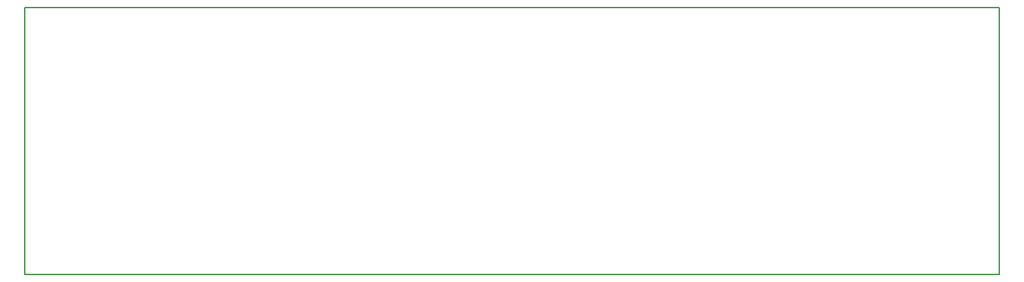
<source format=gbr>
G04 #@! TF.FileFunction,Profile,NP*
%FSLAX46Y46*%
G04 Gerber Fmt 4.6, Leading zero omitted, Abs format (unit mm)*
G04 Created by KiCad (PCBNEW 4.0.2-stable) date 15/05/2017 14:24:20*
%MOMM*%
G01*
G04 APERTURE LIST*
%ADD10C,0.100000*%
%ADD11C,0.150000*%
G04 APERTURE END LIST*
D10*
D11*
X209000000Y-46000000D02*
X209000000Y-79000000D01*
X89000000Y-79000000D02*
X89000000Y-46000000D01*
X89000000Y-79000000D02*
X209000000Y-79000000D01*
X209000000Y-46000000D02*
X89000000Y-46000000D01*
M02*

</source>
